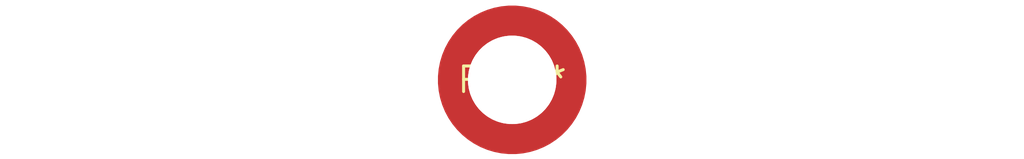
<source format=kicad_pcb>
(kicad_pcb (version 20240108) (generator pcbnew)
  (layers (0 "F.Cu" signal) (31 "B.Cu" signal) (34 "B.Paste" user) (35 "F.Paste" user) (36 "B.SilkS" user "B.Silkscreen") (37 "F.SilkS" user "F.Silkscreen") (38 "B.Mask" user) (39 "F.Mask" user) (44 "Edge.Cuts" user))
  (net 0 "")
  (footprint "Mounting_Wuerth_WA-SMSI-M3_H11mm_9774110360" (layer "F.Cu") (at 0 0)
    (property "Reference" "REF**")
    (property "Value" "Mounting_Wuerth_WA-SMSI-M3_H11mm_9774110360")
    (pad "" np_thru_hole circle (at 0 0) (size 4.4 4.4) (drill 4.4) (layers *.Cu *.Mask))
    (pad "1" smd circle (at -2.95 0) (size 1.1 1.1) (layers "F.Cu"))
    (pad "1" smd circle (at 0 -2.95) (size 1.1 1.1) (layers "F.Cu"))
    (pad "1" smd circle (at 0 2.95) (size 1.1 1.1) (layers "F.Cu"))
    (pad "1" smd custom (at 2.95 0) (size 1.1 1.1) (layers "F.Cu" "F.Mask") (options (clearance outline) (anchor circle)) (primitives (gr_circle (center -2.95 0) (end 0 0) (width 1.5) (fill no))))
  )
)
</source>
